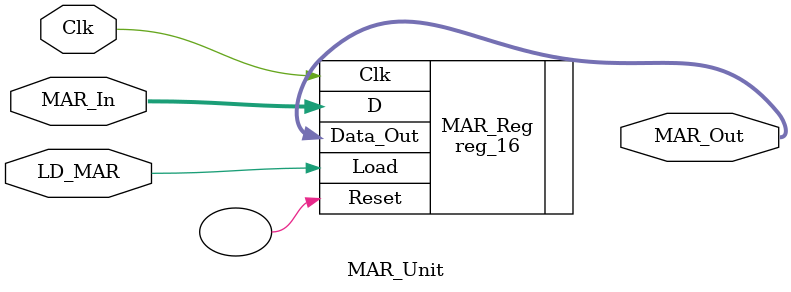
<source format=sv>
module MAR_Unit(input logic LD_MAR, Clk,
	input logic[15:0] MAR_In,
	output logic[15:0] MAR_Out);
	
	reg_16 MAR_Reg(.Clk(Clk), .Reset(), .Load(LD_MAR), .D(MAR_In), .Data_Out(MAR_Out));

endmodule

</source>
